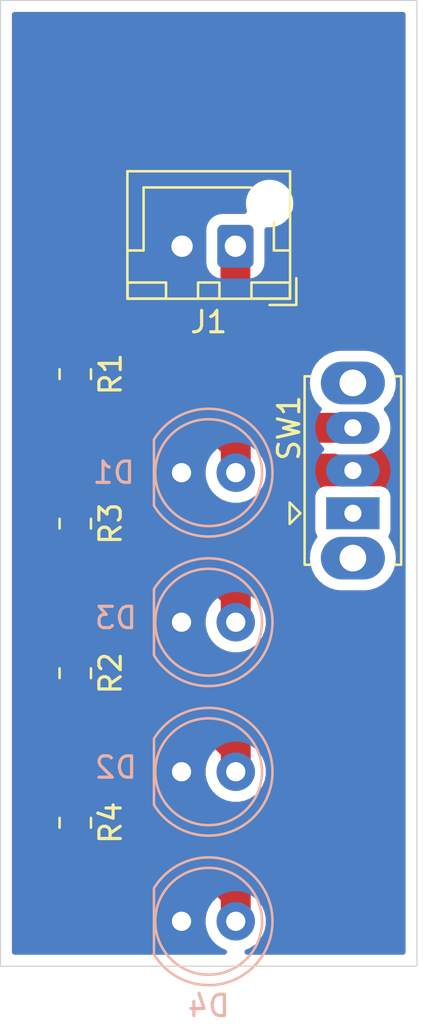
<source format=kicad_pcb>
(kicad_pcb (version 20171130) (host pcbnew "(5.1.9)-1")

  (general
    (thickness 1.6)
    (drawings 4)
    (tracks 15)
    (zones 0)
    (modules 10)
    (nets 9)
  )

  (page A4)
  (layers
    (0 F.Cu signal)
    (31 B.Cu signal)
    (32 B.Adhes user)
    (33 F.Adhes user)
    (34 B.Paste user)
    (35 F.Paste user)
    (36 B.SilkS user)
    (37 F.SilkS user)
    (38 B.Mask user)
    (39 F.Mask user)
    (40 Dwgs.User user)
    (41 Cmts.User user)
    (42 Eco1.User user)
    (43 Eco2.User user)
    (44 Edge.Cuts user)
    (45 Margin user)
    (46 B.CrtYd user)
    (47 F.CrtYd user)
    (48 B.Fab user)
    (49 F.Fab user)
  )

  (setup
    (last_trace_width 1.4)
    (user_trace_width 0.2)
    (user_trace_width 0.3)
    (user_trace_width 0.4)
    (user_trace_width 0.6)
    (user_trace_width 0.8)
    (user_trace_width 1)
    (user_trace_width 1.2)
    (user_trace_width 1.4)
    (user_trace_width 1.6)
    (trace_clearance 0.127)
    (zone_clearance 0.508)
    (zone_45_only no)
    (trace_min 0.2)
    (via_size 0.4)
    (via_drill 0.2)
    (via_min_size 0.4)
    (via_min_drill 0.2)
    (user_via 0.4 0.2)
    (user_via 0.6 0.3)
    (user_via 0.8 0.4)
    (uvia_size 0.3)
    (uvia_drill 0.1)
    (uvias_allowed no)
    (uvia_min_size 0.2)
    (uvia_min_drill 0.1)
    (edge_width 0.05)
    (segment_width 0.2)
    (pcb_text_width 0.3)
    (pcb_text_size 1.5 1.5)
    (mod_edge_width 0.12)
    (mod_text_size 1 1)
    (mod_text_width 0.15)
    (pad_size 1.524 1.524)
    (pad_drill 0.762)
    (pad_to_mask_clearance 0)
    (aux_axis_origin 0 0)
    (visible_elements 7FFFFFFF)
    (pcbplotparams
      (layerselection 0x010fc_ffffffff)
      (usegerberextensions false)
      (usegerberattributes true)
      (usegerberadvancedattributes true)
      (creategerberjobfile true)
      (excludeedgelayer true)
      (linewidth 0.100000)
      (plotframeref false)
      (viasonmask false)
      (mode 1)
      (useauxorigin false)
      (hpglpennumber 1)
      (hpglpenspeed 20)
      (hpglpendiameter 15.000000)
      (psnegative false)
      (psa4output false)
      (plotreference true)
      (plotvalue true)
      (plotinvisibletext false)
      (padsonsilk false)
      (subtractmaskfromsilk false)
      (outputformat 1)
      (mirror false)
      (drillshape 0)
      (scaleselection 1)
      (outputdirectory "Gerber/"))
  )

  (net 0 "")
  (net 1 "Net-(D1-Pad2)")
  (net 2 "Net-(D1-Pad1)")
  (net 3 "Net-(D2-Pad2)")
  (net 4 "Net-(D3-Pad2)")
  (net 5 "Net-(R1-Pad1)")
  (net 6 "Net-(SW1-Pad1)")
  (net 7 "Net-(J1-Pad1)")
  (net 8 "Net-(D4-Pad2)")

  (net_class Default "This is the default net class."
    (clearance 0.127)
    (trace_width 0.25)
    (via_dia 0.4)
    (via_drill 0.2)
    (uvia_dia 0.3)
    (uvia_drill 0.1)
    (add_net "Net-(D1-Pad1)")
    (add_net "Net-(D1-Pad2)")
    (add_net "Net-(D2-Pad2)")
    (add_net "Net-(D3-Pad2)")
    (add_net "Net-(D4-Pad2)")
    (add_net "Net-(J1-Pad1)")
    (add_net "Net-(R1-Pad1)")
    (add_net "Net-(SW1-Pad1)")
  )

  (module Resistor_SMD:R_0805_2012Metric (layer F.Cu) (tedit 5F68FEEE) (tstamp 624F25E2)
    (at 173.5 118.4875 270)
    (descr "Resistor SMD 0805 (2012 Metric), square (rectangular) end terminal, IPC_7351 nominal, (Body size source: IPC-SM-782 page 72, https://www.pcb-3d.com/wordpress/wp-content/uploads/ipc-sm-782a_amendment_1_and_2.pdf), generated with kicad-footprint-generator")
    (tags resistor)
    (path /624F3EAD)
    (attr smd)
    (fp_text reference R4 (at 0 -1.65 90) (layer F.SilkS)
      (effects (font (size 1 1) (thickness 0.15)))
    )
    (fp_text value R (at 0 1.65 90) (layer F.Fab)
      (effects (font (size 1 1) (thickness 0.15)))
    )
    (fp_text user %R (at 0 0 90) (layer F.Fab)
      (effects (font (size 0.5 0.5) (thickness 0.08)))
    )
    (fp_line (start -1 0.625) (end -1 -0.625) (layer F.Fab) (width 0.1))
    (fp_line (start -1 -0.625) (end 1 -0.625) (layer F.Fab) (width 0.1))
    (fp_line (start 1 -0.625) (end 1 0.625) (layer F.Fab) (width 0.1))
    (fp_line (start 1 0.625) (end -1 0.625) (layer F.Fab) (width 0.1))
    (fp_line (start -0.227064 -0.735) (end 0.227064 -0.735) (layer F.SilkS) (width 0.12))
    (fp_line (start -0.227064 0.735) (end 0.227064 0.735) (layer F.SilkS) (width 0.12))
    (fp_line (start -1.68 0.95) (end -1.68 -0.95) (layer F.CrtYd) (width 0.05))
    (fp_line (start -1.68 -0.95) (end 1.68 -0.95) (layer F.CrtYd) (width 0.05))
    (fp_line (start 1.68 -0.95) (end 1.68 0.95) (layer F.CrtYd) (width 0.05))
    (fp_line (start 1.68 0.95) (end -1.68 0.95) (layer F.CrtYd) (width 0.05))
    (pad 2 smd roundrect (at 0.9125 0 270) (size 1.025 1.4) (layers F.Cu F.Paste F.Mask) (roundrect_rratio 0.243902)
      (net 8 "Net-(D4-Pad2)"))
    (pad 1 smd roundrect (at -0.9125 0 270) (size 1.025 1.4) (layers F.Cu F.Paste F.Mask) (roundrect_rratio 0.243902)
      (net 5 "Net-(R1-Pad1)"))
    (model ${KISYS3DMOD}/Resistor_SMD.3dshapes/R_0805_2012Metric.wrl
      (at (xyz 0 0 0))
      (scale (xyz 1 1 1))
      (rotate (xyz 0 0 0))
    )
  )

  (module LED_THT:LED_D5.0mm (layer B.Cu) (tedit 5995936A) (tstamp 624F24D1)
    (at 178.475 123.1)
    (descr "LED, diameter 5.0mm, 2 pins, http://cdn-reichelt.de/documents/datenblatt/A500/LL-504BC2E-009.pdf")
    (tags "LED diameter 5.0mm 2 pins")
    (path /624F3EA7)
    (fp_text reference D4 (at 1.27 3.96) (layer B.SilkS)
      (effects (font (size 1 1) (thickness 0.15)) (justify mirror))
    )
    (fp_text value RED (at 1.27 -3.96) (layer B.Fab)
      (effects (font (size 1 1) (thickness 0.15)) (justify mirror))
    )
    (fp_text user %R (at 1.25 0) (layer B.Fab)
      (effects (font (size 0.8 0.8) (thickness 0.2)) (justify mirror))
    )
    (fp_arc (start 1.27 0) (end -1.29 -1.54483) (angle 148.9) (layer B.SilkS) (width 0.12))
    (fp_arc (start 1.27 0) (end -1.29 1.54483) (angle -148.9) (layer B.SilkS) (width 0.12))
    (fp_arc (start 1.27 0) (end -1.23 1.469694) (angle -299.1) (layer B.Fab) (width 0.1))
    (fp_circle (center 1.27 0) (end 3.77 0) (layer B.Fab) (width 0.1))
    (fp_circle (center 1.27 0) (end 3.77 0) (layer B.SilkS) (width 0.12))
    (fp_line (start -1.23 1.469694) (end -1.23 -1.469694) (layer B.Fab) (width 0.1))
    (fp_line (start -1.29 1.545) (end -1.29 -1.545) (layer B.SilkS) (width 0.12))
    (fp_line (start -1.95 3.25) (end -1.95 -3.25) (layer B.CrtYd) (width 0.05))
    (fp_line (start -1.95 -3.25) (end 4.5 -3.25) (layer B.CrtYd) (width 0.05))
    (fp_line (start 4.5 -3.25) (end 4.5 3.25) (layer B.CrtYd) (width 0.05))
    (fp_line (start 4.5 3.25) (end -1.95 3.25) (layer B.CrtYd) (width 0.05))
    (pad 2 thru_hole circle (at 2.54 0) (size 1.8 1.8) (drill 0.9) (layers *.Cu *.Mask)
      (net 8 "Net-(D4-Pad2)"))
    (pad 1 thru_hole rect (at 0 0) (size 1.8 1.8) (drill 0.9) (layers *.Cu *.Mask)
      (net 2 "Net-(D1-Pad1)"))
    (model ${KISYS3DMOD}/LED_THT.3dshapes/LED_D5.0mm.wrl
      (at (xyz 0 0 0))
      (scale (xyz 1 1 1))
      (rotate (xyz 0 0 0))
    )
  )

  (module 1_resouce:SW_Slide_1P2T_CK_OS102011MS2Q (layer F.Cu) (tedit 621CF7AD) (tstamp 621D0A78)
    (at 186.5 104 90)
    (descr "CuK miniature slide switch, OS series, SPDT, https://www.ckswitches.com/media/1428/os.pdf")
    (tags "switch SPDT")
    (path /621D008E)
    (fp_text reference SW1 (at 3.99 -2.99 90) (layer F.SilkS)
      (effects (font (size 1 1) (thickness 0.15)))
    )
    (fp_text value SW_SPDT (at 2 3 90) (layer F.Fab)
      (effects (font (size 1 1) (thickness 0.15)))
    )
    (fp_line (start 0.5 -2.15) (end 6.3 -2.15) (layer F.Fab) (width 0.1))
    (fp_line (start 6.3 -2.15) (end 6.3 2.15) (layer F.Fab) (width 0.1))
    (fp_line (start 6.3 2.15) (end -2.3 2.15) (layer F.Fab) (width 0.1))
    (fp_line (start -2.3 2.15) (end -2.3 -2.15) (layer F.Fab) (width 0.1))
    (fp_line (start 0 -1) (end 4 -1) (layer F.Fab) (width 0.1))
    (fp_line (start 4 -1) (end 4 1) (layer F.Fab) (width 0.1))
    (fp_line (start 0 1) (end 4 1) (layer F.Fab) (width 0.1))
    (fp_line (start 0 -1) (end 0 1) (layer F.Fab) (width 0.1))
    (fp_line (start 0.66 -1) (end 0.66 1) (layer F.Fab) (width 0.1))
    (fp_line (start 1.34 -1) (end 1.34 1) (layer F.Fab) (width 0.1))
    (fp_line (start 2 -1) (end 2 1) (layer F.Fab) (width 0.1))
    (fp_line (start -2.3 -2.15) (end -0.5 -2.15) (layer F.Fab) (width 0.1))
    (fp_line (start -2.41 -2.26) (end 6.41 -2.26) (layer F.SilkS) (width 0.12))
    (fp_line (start 6.41 -2.26) (end 6.41 -1.95) (layer F.SilkS) (width 0.12))
    (fp_line (start 6.41 2.26) (end -2.41 2.26) (layer F.SilkS) (width 0.12))
    (fp_line (start -2.41 -1.95) (end -2.41 -2.26) (layer F.SilkS) (width 0.12))
    (fp_line (start -2.41 2.26) (end -2.41 1.95) (layer F.SilkS) (width 0.12))
    (fp_line (start 6.41 2.26) (end 6.41 1.95) (layer F.SilkS) (width 0.12))
    (fp_line (start -3.45 -2.4) (end 7.45 -2.4) (layer B.CrtYd) (width 0.05))
    (fp_line (start 7.45 -2.4) (end 7.45 2.4) (layer B.CrtYd) (width 0.05))
    (fp_line (start 7.45 2.4) (end -3.45 2.4) (layer B.CrtYd) (width 0.05))
    (fp_line (start -3.45 2.4) (end -3.45 -2.4) (layer B.CrtYd) (width 0.05))
    (fp_line (start -0.5 -2.15) (end 0 -1.65) (layer F.Fab) (width 0.1))
    (fp_line (start 0 -1.65) (end 0.5 -2.15) (layer F.Fab) (width 0.1))
    (fp_line (start -0.5 -2.96) (end 0 -2.46) (layer F.SilkS) (width 0.12))
    (fp_line (start 0 -2.46) (end 0.5 -2.96) (layer F.SilkS) (width 0.12))
    (fp_line (start 0.5 -2.96) (end -0.5 -2.96) (layer F.SilkS) (width 0.12))
    (fp_text user %R (at 3.99 -2.99 90) (layer F.Fab)
      (effects (font (size 1 1) (thickness 0.15)))
    )
    (pad "" thru_hole oval (at 6.1 0 90) (size 2 3) (drill 1.25) (layers *.Cu *.Mask))
    (pad "" thru_hole oval (at -2.1 0 90) (size 2 3) (drill 1.25) (layers *.Cu *.Mask))
    (pad 3 thru_hole oval (at 4 0 90) (size 1.5 2.5) (drill 0.8) (layers *.Cu *.Mask)
      (net 7 "Net-(J1-Pad1)"))
    (pad 2 thru_hole oval (at 2 0 90) (size 1.5 2.5) (drill 0.8) (layers *.Cu *.Mask)
      (net 5 "Net-(R1-Pad1)"))
    (pad 1 thru_hole rect (at 0 0 90) (size 1.5 2.5) (drill 0.8) (layers *.Cu *.Mask)
      (net 6 "Net-(SW1-Pad1)"))
    (model ${KISYS3DMOD}/Button_Switch_THT.3dshapes/SW_Slide_1P2T_CK_OS102011MS2Q.wrl
      (at (xyz 0 0 0))
      (scale (xyz 1 1 1))
      (rotate (xyz 0 0 0))
    )
  )

  (module Resistor_SMD:R_0805_2012Metric (layer F.Cu) (tedit 5F68FEEE) (tstamp 621D0A53)
    (at 173.5 104.4875 270)
    (descr "Resistor SMD 0805 (2012 Metric), square (rectangular) end terminal, IPC_7351 nominal, (Body size source: IPC-SM-782 page 72, https://www.pcb-3d.com/wordpress/wp-content/uploads/ipc-sm-782a_amendment_1_and_2.pdf), generated with kicad-footprint-generator")
    (tags resistor)
    (path /621D262F)
    (attr smd)
    (fp_text reference R3 (at 0 -1.65 90) (layer F.SilkS)
      (effects (font (size 1 1) (thickness 0.15)))
    )
    (fp_text value R (at 0 1.65 90) (layer F.Fab)
      (effects (font (size 1 1) (thickness 0.15)))
    )
    (fp_line (start 1.68 0.95) (end -1.68 0.95) (layer F.CrtYd) (width 0.05))
    (fp_line (start 1.68 -0.95) (end 1.68 0.95) (layer F.CrtYd) (width 0.05))
    (fp_line (start -1.68 -0.95) (end 1.68 -0.95) (layer F.CrtYd) (width 0.05))
    (fp_line (start -1.68 0.95) (end -1.68 -0.95) (layer F.CrtYd) (width 0.05))
    (fp_line (start -0.227064 0.735) (end 0.227064 0.735) (layer F.SilkS) (width 0.12))
    (fp_line (start -0.227064 -0.735) (end 0.227064 -0.735) (layer F.SilkS) (width 0.12))
    (fp_line (start 1 0.625) (end -1 0.625) (layer F.Fab) (width 0.1))
    (fp_line (start 1 -0.625) (end 1 0.625) (layer F.Fab) (width 0.1))
    (fp_line (start -1 -0.625) (end 1 -0.625) (layer F.Fab) (width 0.1))
    (fp_line (start -1 0.625) (end -1 -0.625) (layer F.Fab) (width 0.1))
    (fp_text user %R (at 0 0 90) (layer F.Fab)
      (effects (font (size 0.5 0.5) (thickness 0.08)))
    )
    (pad 2 smd roundrect (at 0.9125 0 270) (size 1.025 1.4) (layers F.Cu F.Paste F.Mask) (roundrect_rratio 0.2439014634146341)
      (net 4 "Net-(D3-Pad2)"))
    (pad 1 smd roundrect (at -0.9125 0 270) (size 1.025 1.4) (layers F.Cu F.Paste F.Mask) (roundrect_rratio 0.2439014634146341)
      (net 5 "Net-(R1-Pad1)"))
    (model ${KISYS3DMOD}/Resistor_SMD.3dshapes/R_0805_2012Metric.wrl
      (at (xyz 0 0 0))
      (scale (xyz 1 1 1))
      (rotate (xyz 0 0 0))
    )
  )

  (module Resistor_SMD:R_0805_2012Metric (layer F.Cu) (tedit 5F68FEEE) (tstamp 621D0A42)
    (at 173.5 111.4875 270)
    (descr "Resistor SMD 0805 (2012 Metric), square (rectangular) end terminal, IPC_7351 nominal, (Body size source: IPC-SM-782 page 72, https://www.pcb-3d.com/wordpress/wp-content/uploads/ipc-sm-782a_amendment_1_and_2.pdf), generated with kicad-footprint-generator")
    (tags resistor)
    (path /621D2340)
    (attr smd)
    (fp_text reference R2 (at 0 -1.65 90) (layer F.SilkS)
      (effects (font (size 1 1) (thickness 0.15)))
    )
    (fp_text value R (at 0 1.65 90) (layer F.Fab)
      (effects (font (size 1 1) (thickness 0.15)))
    )
    (fp_line (start 1.68 0.95) (end -1.68 0.95) (layer F.CrtYd) (width 0.05))
    (fp_line (start 1.68 -0.95) (end 1.68 0.95) (layer F.CrtYd) (width 0.05))
    (fp_line (start -1.68 -0.95) (end 1.68 -0.95) (layer F.CrtYd) (width 0.05))
    (fp_line (start -1.68 0.95) (end -1.68 -0.95) (layer F.CrtYd) (width 0.05))
    (fp_line (start -0.227064 0.735) (end 0.227064 0.735) (layer F.SilkS) (width 0.12))
    (fp_line (start -0.227064 -0.735) (end 0.227064 -0.735) (layer F.SilkS) (width 0.12))
    (fp_line (start 1 0.625) (end -1 0.625) (layer F.Fab) (width 0.1))
    (fp_line (start 1 -0.625) (end 1 0.625) (layer F.Fab) (width 0.1))
    (fp_line (start -1 -0.625) (end 1 -0.625) (layer F.Fab) (width 0.1))
    (fp_line (start -1 0.625) (end -1 -0.625) (layer F.Fab) (width 0.1))
    (fp_text user %R (at 0 0 90) (layer F.Fab)
      (effects (font (size 0.5 0.5) (thickness 0.08)))
    )
    (pad 2 smd roundrect (at 0.9125 0 270) (size 1.025 1.4) (layers F.Cu F.Paste F.Mask) (roundrect_rratio 0.2439014634146341)
      (net 3 "Net-(D2-Pad2)"))
    (pad 1 smd roundrect (at -0.9125 0 270) (size 1.025 1.4) (layers F.Cu F.Paste F.Mask) (roundrect_rratio 0.2439014634146341)
      (net 5 "Net-(R1-Pad1)"))
    (model ${KISYS3DMOD}/Resistor_SMD.3dshapes/R_0805_2012Metric.wrl
      (at (xyz 0 0 0))
      (scale (xyz 1 1 1))
      (rotate (xyz 0 0 0))
    )
  )

  (module Resistor_SMD:R_0805_2012Metric (layer F.Cu) (tedit 5F68FEEE) (tstamp 621D0A31)
    (at 173.5 97.4875 270)
    (descr "Resistor SMD 0805 (2012 Metric), square (rectangular) end terminal, IPC_7351 nominal, (Body size source: IPC-SM-782 page 72, https://www.pcb-3d.com/wordpress/wp-content/uploads/ipc-sm-782a_amendment_1_and_2.pdf), generated with kicad-footprint-generator")
    (tags resistor)
    (path /621D18AD)
    (attr smd)
    (fp_text reference R1 (at 0 -1.65 90) (layer F.SilkS)
      (effects (font (size 1 1) (thickness 0.15)))
    )
    (fp_text value R (at 0 1.65 90) (layer F.Fab)
      (effects (font (size 1 1) (thickness 0.15)))
    )
    (fp_line (start 1.68 0.95) (end -1.68 0.95) (layer F.CrtYd) (width 0.05))
    (fp_line (start 1.68 -0.95) (end 1.68 0.95) (layer F.CrtYd) (width 0.05))
    (fp_line (start -1.68 -0.95) (end 1.68 -0.95) (layer F.CrtYd) (width 0.05))
    (fp_line (start -1.68 0.95) (end -1.68 -0.95) (layer F.CrtYd) (width 0.05))
    (fp_line (start -0.227064 0.735) (end 0.227064 0.735) (layer F.SilkS) (width 0.12))
    (fp_line (start -0.227064 -0.735) (end 0.227064 -0.735) (layer F.SilkS) (width 0.12))
    (fp_line (start 1 0.625) (end -1 0.625) (layer F.Fab) (width 0.1))
    (fp_line (start 1 -0.625) (end 1 0.625) (layer F.Fab) (width 0.1))
    (fp_line (start -1 -0.625) (end 1 -0.625) (layer F.Fab) (width 0.1))
    (fp_line (start -1 0.625) (end -1 -0.625) (layer F.Fab) (width 0.1))
    (fp_text user %R (at 0 0 90) (layer F.Fab)
      (effects (font (size 0.5 0.5) (thickness 0.08)))
    )
    (pad 2 smd roundrect (at 0.9125 0 270) (size 1.025 1.4) (layers F.Cu F.Paste F.Mask) (roundrect_rratio 0.2439014634146341)
      (net 1 "Net-(D1-Pad2)"))
    (pad 1 smd roundrect (at -0.9125 0 270) (size 1.025 1.4) (layers F.Cu F.Paste F.Mask) (roundrect_rratio 0.2439014634146341)
      (net 5 "Net-(R1-Pad1)"))
    (model ${KISYS3DMOD}/Resistor_SMD.3dshapes/R_0805_2012Metric.wrl
      (at (xyz 0 0 0))
      (scale (xyz 1 1 1))
      (rotate (xyz 0 0 0))
    )
  )

  (module Connector_JST:JST_XH_B2B-XH-AM_1x02_P2.50mm_Vertical (layer F.Cu) (tedit 5C28146E) (tstamp 621D6594)
    (at 181 91.5 180)
    (descr "JST XH series connector, B2B-XH-AM, with boss (http://www.jst-mfg.com/product/pdf/eng/eXH.pdf), generated with kicad-footprint-generator")
    (tags "connector JST XH vertical boss")
    (path /621CF169)
    (fp_text reference J1 (at 1.25 -3.55) (layer F.SilkS)
      (effects (font (size 1 1) (thickness 0.15)))
    )
    (fp_text value Conn_01x02 (at 1.25 4.6) (layer F.Fab)
      (effects (font (size 1 1) (thickness 0.15)))
    )
    (fp_line (start -2.85 -2.75) (end -2.85 -1.5) (layer F.SilkS) (width 0.12))
    (fp_line (start -1.6 -2.75) (end -2.85 -2.75) (layer F.SilkS) (width 0.12))
    (fp_line (start 4.3 2.75) (end 1.25 2.75) (layer F.SilkS) (width 0.12))
    (fp_line (start 4.3 -0.2) (end 4.3 2.75) (layer F.SilkS) (width 0.12))
    (fp_line (start 5.05 -0.2) (end 4.3 -0.2) (layer F.SilkS) (width 0.12))
    (fp_line (start 1.25 2.75) (end -0.74 2.75) (layer F.SilkS) (width 0.12))
    (fp_line (start -1.8 -0.2) (end -1.8 1.14) (layer F.SilkS) (width 0.12))
    (fp_line (start -2.55 -0.2) (end -1.8 -0.2) (layer F.SilkS) (width 0.12))
    (fp_line (start 5.05 -2.45) (end 3.25 -2.45) (layer F.SilkS) (width 0.12))
    (fp_line (start 5.05 -1.7) (end 5.05 -2.45) (layer F.SilkS) (width 0.12))
    (fp_line (start 3.25 -1.7) (end 5.05 -1.7) (layer F.SilkS) (width 0.12))
    (fp_line (start 3.25 -2.45) (end 3.25 -1.7) (layer F.SilkS) (width 0.12))
    (fp_line (start -0.75 -2.45) (end -2.55 -2.45) (layer F.SilkS) (width 0.12))
    (fp_line (start -0.75 -1.7) (end -0.75 -2.45) (layer F.SilkS) (width 0.12))
    (fp_line (start -2.55 -1.7) (end -0.75 -1.7) (layer F.SilkS) (width 0.12))
    (fp_line (start -2.55 -2.45) (end -2.55 -1.7) (layer F.SilkS) (width 0.12))
    (fp_line (start 1.75 -2.45) (end 0.75 -2.45) (layer F.SilkS) (width 0.12))
    (fp_line (start 1.75 -1.7) (end 1.75 -2.45) (layer F.SilkS) (width 0.12))
    (fp_line (start 0.75 -1.7) (end 1.75 -1.7) (layer F.SilkS) (width 0.12))
    (fp_line (start 0.75 -2.45) (end 0.75 -1.7) (layer F.SilkS) (width 0.12))
    (fp_line (start 0 -1.35) (end 0.625 -2.35) (layer F.Fab) (width 0.1))
    (fp_line (start -0.625 -2.35) (end 0 -1.35) (layer F.Fab) (width 0.1))
    (fp_line (start 5.45 -2.85) (end -2.95 -2.85) (layer F.CrtYd) (width 0.05))
    (fp_line (start 5.45 3.9) (end 5.45 -2.85) (layer F.CrtYd) (width 0.05))
    (fp_line (start -2.95 3.9) (end 5.45 3.9) (layer F.CrtYd) (width 0.05))
    (fp_line (start -2.95 -2.85) (end -2.95 3.9) (layer F.CrtYd) (width 0.05))
    (fp_line (start 5.06 -2.46) (end -2.56 -2.46) (layer F.SilkS) (width 0.12))
    (fp_line (start 5.06 3.51) (end 5.06 -2.46) (layer F.SilkS) (width 0.12))
    (fp_line (start -2.56 3.51) (end 5.06 3.51) (layer F.SilkS) (width 0.12))
    (fp_line (start -2.56 -2.46) (end -2.56 3.51) (layer F.SilkS) (width 0.12))
    (fp_line (start 4.95 -2.35) (end -2.45 -2.35) (layer F.Fab) (width 0.1))
    (fp_line (start 4.95 3.4) (end 4.95 -2.35) (layer F.Fab) (width 0.1))
    (fp_line (start -2.45 3.4) (end 4.95 3.4) (layer F.Fab) (width 0.1))
    (fp_line (start -2.45 -2.35) (end -2.45 3.4) (layer F.Fab) (width 0.1))
    (fp_text user %R (at 1.25 2.7) (layer F.Fab)
      (effects (font (size 1 1) (thickness 0.15)))
    )
    (pad "" np_thru_hole circle (at -1.6 2 180) (size 1.2 1.2) (drill 1.2) (layers *.Cu *.Mask))
    (pad 2 thru_hole oval (at 2.5 0 180) (size 1.7 2) (drill 1) (layers *.Cu *.Mask)
      (net 2 "Net-(D1-Pad1)"))
    (pad 1 thru_hole roundrect (at 0 0 180) (size 1.7 2) (drill 1) (layers *.Cu *.Mask) (roundrect_rratio 0.1470588235294118)
      (net 7 "Net-(J1-Pad1)"))
    (model ${KISYS3DMOD}/Connector_JST.3dshapes/JST_XH_B2B-XH-AM_1x02_P2.50mm_Vertical.wrl
      (at (xyz 0 0 0))
      (scale (xyz 1 1 1))
      (rotate (xyz 0 0 0))
    )
  )

  (module LED_THT:LED_D5.0mm (layer B.Cu) (tedit 5995936A) (tstamp 621D6C86)
    (at 178.475 109.1)
    (descr "LED, diameter 5.0mm, 2 pins, http://cdn-reichelt.de/documents/datenblatt/A500/LL-504BC2E-009.pdf")
    (tags "LED diameter 5.0mm 2 pins")
    (path /621D1171)
    (fp_text reference D3 (at -3.075 -0.2) (layer B.SilkS)
      (effects (font (size 1 1) (thickness 0.15)) (justify mirror))
    )
    (fp_text value RED (at 1.27 -3.96) (layer B.Fab)
      (effects (font (size 1 1) (thickness 0.15)) (justify mirror))
    )
    (fp_line (start 4.5 3.25) (end -1.95 3.25) (layer B.CrtYd) (width 0.05))
    (fp_line (start 4.5 -3.25) (end 4.5 3.25) (layer B.CrtYd) (width 0.05))
    (fp_line (start -1.95 -3.25) (end 4.5 -3.25) (layer B.CrtYd) (width 0.05))
    (fp_line (start -1.95 3.25) (end -1.95 -3.25) (layer B.CrtYd) (width 0.05))
    (fp_line (start -1.29 1.545) (end -1.29 -1.545) (layer B.SilkS) (width 0.12))
    (fp_line (start -1.23 1.469694) (end -1.23 -1.469694) (layer B.Fab) (width 0.1))
    (fp_circle (center 1.27 0) (end 3.77 0) (layer B.SilkS) (width 0.12))
    (fp_circle (center 1.27 0) (end 3.77 0) (layer B.Fab) (width 0.1))
    (fp_text user %R (at 1.25 0) (layer B.Fab)
      (effects (font (size 0.8 0.8) (thickness 0.2)) (justify mirror))
    )
    (fp_arc (start 1.27 0) (end -1.29 -1.54483) (angle 148.9) (layer B.SilkS) (width 0.12))
    (fp_arc (start 1.27 0) (end -1.29 1.54483) (angle -148.9) (layer B.SilkS) (width 0.12))
    (fp_arc (start 1.27 0) (end -1.23 1.469694) (angle -299.1) (layer B.Fab) (width 0.1))
    (pad 2 thru_hole circle (at 2.54 0) (size 1.8 1.8) (drill 0.9) (layers *.Cu *.Mask)
      (net 4 "Net-(D3-Pad2)"))
    (pad 1 thru_hole rect (at 0 0) (size 1.8 1.8) (drill 0.9) (layers *.Cu *.Mask)
      (net 2 "Net-(D1-Pad1)"))
    (model ${KISYS3DMOD}/LED_THT.3dshapes/LED_D5.0mm.wrl
      (at (xyz 0 0 0))
      (scale (xyz 1 1 1))
      (rotate (xyz 0 0 0))
    )
  )

  (module LED_THT:LED_D5.0mm (layer B.Cu) (tedit 5995936A) (tstamp 621D09E4)
    (at 178.475 116.1)
    (descr "LED, diameter 5.0mm, 2 pins, http://cdn-reichelt.de/documents/datenblatt/A500/LL-504BC2E-009.pdf")
    (tags "LED diameter 5.0mm 2 pins")
    (path /621D0C72)
    (fp_text reference D2 (at -3.075 -0.2) (layer B.SilkS)
      (effects (font (size 1 1) (thickness 0.15)) (justify mirror))
    )
    (fp_text value RED (at 1.27 -3.96) (layer B.Fab)
      (effects (font (size 1 1) (thickness 0.15)) (justify mirror))
    )
    (fp_line (start 4.5 3.25) (end -1.95 3.25) (layer B.CrtYd) (width 0.05))
    (fp_line (start 4.5 -3.25) (end 4.5 3.25) (layer B.CrtYd) (width 0.05))
    (fp_line (start -1.95 -3.25) (end 4.5 -3.25) (layer B.CrtYd) (width 0.05))
    (fp_line (start -1.95 3.25) (end -1.95 -3.25) (layer B.CrtYd) (width 0.05))
    (fp_line (start -1.29 1.545) (end -1.29 -1.545) (layer B.SilkS) (width 0.12))
    (fp_line (start -1.23 1.469694) (end -1.23 -1.469694) (layer B.Fab) (width 0.1))
    (fp_circle (center 1.27 0) (end 3.77 0) (layer B.SilkS) (width 0.12))
    (fp_circle (center 1.27 0) (end 3.77 0) (layer B.Fab) (width 0.1))
    (fp_text user %R (at 1.25 0) (layer B.Fab)
      (effects (font (size 0.8 0.8) (thickness 0.2)) (justify mirror))
    )
    (fp_arc (start 1.27 0) (end -1.29 -1.54483) (angle 148.9) (layer B.SilkS) (width 0.12))
    (fp_arc (start 1.27 0) (end -1.29 1.54483) (angle -148.9) (layer B.SilkS) (width 0.12))
    (fp_arc (start 1.27 0) (end -1.23 1.469694) (angle -299.1) (layer B.Fab) (width 0.1))
    (pad 2 thru_hole circle (at 2.54 0) (size 1.8 1.8) (drill 0.9) (layers *.Cu *.Mask)
      (net 3 "Net-(D2-Pad2)"))
    (pad 1 thru_hole rect (at 0 0) (size 1.8 1.8) (drill 0.9) (layers *.Cu *.Mask)
      (net 2 "Net-(D1-Pad1)"))
    (model ${KISYS3DMOD}/LED_THT.3dshapes/LED_D5.0mm.wrl
      (at (xyz 0 0 0))
      (scale (xyz 1 1 1))
      (rotate (xyz 0 0 0))
    )
  )

  (module LED_THT:LED_D5.0mm (layer B.Cu) (tedit 5995936A) (tstamp 621D6C53)
    (at 178.475 102.1)
    (descr "LED, diameter 5.0mm, 2 pins, http://cdn-reichelt.de/documents/datenblatt/A500/LL-504BC2E-009.pdf")
    (tags "LED diameter 5.0mm 2 pins")
    (path /621D05C6)
    (fp_text reference D1 (at -3.175 0) (layer B.SilkS)
      (effects (font (size 1 1) (thickness 0.15)) (justify mirror))
    )
    (fp_text value GREEN (at 1.27 -3.96) (layer B.Fab)
      (effects (font (size 1 1) (thickness 0.15)) (justify mirror))
    )
    (fp_line (start 4.5 3.25) (end -1.95 3.25) (layer B.CrtYd) (width 0.05))
    (fp_line (start 4.5 -3.25) (end 4.5 3.25) (layer B.CrtYd) (width 0.05))
    (fp_line (start -1.95 -3.25) (end 4.5 -3.25) (layer B.CrtYd) (width 0.05))
    (fp_line (start -1.95 3.25) (end -1.95 -3.25) (layer B.CrtYd) (width 0.05))
    (fp_line (start -1.29 1.545) (end -1.29 -1.545) (layer B.SilkS) (width 0.12))
    (fp_line (start -1.23 1.469694) (end -1.23 -1.469694) (layer B.Fab) (width 0.1))
    (fp_circle (center 1.27 0) (end 3.77 0) (layer B.SilkS) (width 0.12))
    (fp_circle (center 1.27 0) (end 3.77 0) (layer B.Fab) (width 0.1))
    (fp_text user %R (at 1.25 0) (layer B.Fab)
      (effects (font (size 0.8 0.8) (thickness 0.2)) (justify mirror))
    )
    (fp_arc (start 1.27 0) (end -1.29 -1.54483) (angle 148.9) (layer B.SilkS) (width 0.12))
    (fp_arc (start 1.27 0) (end -1.29 1.54483) (angle -148.9) (layer B.SilkS) (width 0.12))
    (fp_arc (start 1.27 0) (end -1.23 1.469694) (angle -299.1) (layer B.Fab) (width 0.1))
    (pad 2 thru_hole circle (at 2.54 0) (size 1.8 1.8) (drill 0.9) (layers *.Cu *.Mask)
      (net 1 "Net-(D1-Pad2)"))
    (pad 1 thru_hole rect (at 0 0) (size 1.8 1.8) (drill 0.9) (layers *.Cu *.Mask)
      (net 2 "Net-(D1-Pad1)"))
    (model ${KISYS3DMOD}/LED_THT.3dshapes/LED_D5.0mm.wrl
      (at (xyz 0 0 0))
      (scale (xyz 1 1 1))
      (rotate (xyz 0 0 0))
    )
  )

  (gr_line (start 170 125.2) (end 189.5 125.2) (layer Edge.Cuts) (width 0.05) (tstamp 621D0B49))
  (gr_line (start 189.5 80) (end 189.5 125.2) (layer Edge.Cuts) (width 0.05) (tstamp 621D0B43))
  (gr_line (start 170 80) (end 189.5 80) (layer Edge.Cuts) (width 0.05) (tstamp 621D65E7))
  (gr_line (start 170 80) (end 170 125.2) (layer Edge.Cuts) (width 0.05))

  (segment (start 181.015 100.827208) (end 181.015 102.1) (width 1.4) (layer F.Cu) (net 1))
  (segment (start 178.587792 98.4) (end 181.015 100.827208) (width 1.4) (layer F.Cu) (net 1))
  (segment (start 173.5 98.4) (end 178.587792 98.4) (width 1.4) (layer F.Cu) (net 1))
  (segment (start 181.015 115.015) (end 181.015 116.1) (width 1.4) (layer F.Cu) (net 3))
  (segment (start 178.4 112.4) (end 181.015 115.015) (width 1.4) (layer F.Cu) (net 3))
  (segment (start 173.5 112.4) (end 178.4 112.4) (width 1.4) (layer F.Cu) (net 3))
  (segment (start 181.015 107.815) (end 181.015 109.1) (width 1.4) (layer F.Cu) (net 4))
  (segment (start 178.6 105.4) (end 181.015 107.815) (width 1.4) (layer F.Cu) (net 4))
  (segment (start 173.5 105.4) (end 178.6 105.4) (width 1.4) (layer F.Cu) (net 4))
  (segment (start 183.85 100) (end 186.5 100) (width 1.4) (layer F.Cu) (net 7))
  (segment (start 181 97.15) (end 183.85 100) (width 1.4) (layer F.Cu) (net 7))
  (segment (start 181 91.5) (end 181 97.15) (width 1.4) (layer F.Cu) (net 7))
  (segment (start 181.015 121.827208) (end 181.015 123.1) (width 1.4) (layer F.Cu) (net 8))
  (segment (start 178.587792 119.4) (end 181.015 121.827208) (width 1.4) (layer F.Cu) (net 8))
  (segment (start 173.5 119.4) (end 178.587792 119.4) (width 1.4) (layer F.Cu) (net 8))

  (zone (net 5) (net_name "Net-(R1-Pad1)") (layer F.Cu) (tstamp 621D732E) (hatch edge 0.508)
    (connect_pads yes (clearance 0.508))
    (min_thickness 0.254)
    (fill yes (arc_segments 32) (thermal_gap 0.508) (thermal_bridge_width 0.508))
    (polygon
      (pts
        (xy 189.492595 125.2) (xy 170 125.2) (xy 170 80) (xy 189.5 80)
      )
    )
    (filled_polygon
      (pts
        (xy 188.840001 124.54) (xy 181.549681 124.54) (xy 181.742095 124.460299) (xy 181.993505 124.292312) (xy 182.207312 124.078505)
        (xy 182.375299 123.827095) (xy 182.491011 123.547743) (xy 182.55 123.251184) (xy 182.55 122.948816) (xy 182.491011 122.652257)
        (xy 182.375299 122.372905) (xy 182.35 122.335042) (xy 182.35 121.892783) (xy 182.356459 121.827207) (xy 182.340922 121.669463)
        (xy 182.330683 121.565502) (xy 182.254347 121.313854) (xy 182.130382 121.081933) (xy 181.963555 120.878653) (xy 181.912615 120.836848)
        (xy 179.578158 118.502392) (xy 179.536347 118.451445) (xy 179.333067 118.284618) (xy 179.101146 118.160653) (xy 178.849498 118.084317)
        (xy 178.653371 118.065) (xy 178.587792 118.058541) (xy 178.522213 118.065) (xy 173.434421 118.065) (xy 173.238294 118.084317)
        (xy 172.986646 118.160653) (xy 172.754725 118.284618) (xy 172.718214 118.314581) (xy 172.710149 118.317028) (xy 172.556613 118.399095)
        (xy 172.422038 118.509538) (xy 172.311595 118.644113) (xy 172.229528 118.797649) (xy 172.178992 118.964245) (xy 172.161928 119.137499)
        (xy 172.161928 119.365611) (xy 172.158541 119.4) (xy 172.161928 119.434389) (xy 172.161928 119.662501) (xy 172.178992 119.835755)
        (xy 172.229528 120.002351) (xy 172.311595 120.155887) (xy 172.422038 120.290462) (xy 172.556613 120.400905) (xy 172.710149 120.482972)
        (xy 172.718214 120.485419) (xy 172.754725 120.515382) (xy 172.986646 120.639347) (xy 173.238294 120.715683) (xy 173.434421 120.735)
        (xy 178.034818 120.735) (xy 178.861745 121.561928) (xy 177.575 121.561928) (xy 177.450518 121.574188) (xy 177.33082 121.610498)
        (xy 177.220506 121.669463) (xy 177.123815 121.748815) (xy 177.044463 121.845506) (xy 176.985498 121.95582) (xy 176.949188 122.075518)
        (xy 176.936928 122.2) (xy 176.936928 124) (xy 176.949188 124.124482) (xy 176.985498 124.24418) (xy 177.044463 124.354494)
        (xy 177.123815 124.451185) (xy 177.220506 124.530537) (xy 177.23821 124.54) (xy 170.66 124.54) (xy 170.66 112.4)
        (xy 172.158541 112.4) (xy 172.161928 112.434389) (xy 172.161928 112.662502) (xy 172.178992 112.835756) (xy 172.229528 113.002352)
        (xy 172.311595 113.155887) (xy 172.422038 113.290462) (xy 172.556613 113.400905) (xy 172.710148 113.482972) (xy 172.718215 113.485419)
        (xy 172.754725 113.515382) (xy 172.986646 113.639347) (xy 173.238294 113.715683) (xy 173.434421 113.735) (xy 177.847026 113.735)
        (xy 178.673954 114.561928) (xy 177.575 114.561928) (xy 177.450518 114.574188) (xy 177.33082 114.610498) (xy 177.220506 114.669463)
        (xy 177.123815 114.748815) (xy 177.044463 114.845506) (xy 176.985498 114.95582) (xy 176.949188 115.075518) (xy 176.936928 115.2)
        (xy 176.936928 117) (xy 176.949188 117.124482) (xy 176.985498 117.24418) (xy 177.044463 117.354494) (xy 177.123815 117.451185)
        (xy 177.220506 117.530537) (xy 177.33082 117.589502) (xy 177.450518 117.625812) (xy 177.575 117.638072) (xy 179.375 117.638072)
        (xy 179.499482 117.625812) (xy 179.61918 117.589502) (xy 179.729494 117.530537) (xy 179.826185 117.451185) (xy 179.905537 117.354494)
        (xy 179.964502 117.24418) (xy 179.970056 117.225873) (xy 180.036495 117.292312) (xy 180.287905 117.460299) (xy 180.567257 117.576011)
        (xy 180.863816 117.635) (xy 181.166184 117.635) (xy 181.462743 117.576011) (xy 181.742095 117.460299) (xy 181.993505 117.292312)
        (xy 182.207312 117.078505) (xy 182.375299 116.827095) (xy 182.491011 116.547743) (xy 182.55 116.251184) (xy 182.55 115.948816)
        (xy 182.491011 115.652257) (xy 182.375299 115.372905) (xy 182.35 115.335042) (xy 182.35 115.080575) (xy 182.356459 115.014999)
        (xy 182.35 114.949421) (xy 182.330683 114.753294) (xy 182.254347 114.501646) (xy 182.130382 114.269725) (xy 181.963555 114.066445)
        (xy 181.912615 114.02464) (xy 179.390366 111.502392) (xy 179.348555 111.451445) (xy 179.145275 111.284618) (xy 178.913354 111.160653)
        (xy 178.661706 111.084317) (xy 178.465579 111.065) (xy 178.4 111.058541) (xy 178.334421 111.065) (xy 173.434421 111.065)
        (xy 173.238294 111.084317) (xy 172.986646 111.160653) (xy 172.754725 111.284618) (xy 172.718215 111.314581) (xy 172.710148 111.317028)
        (xy 172.556613 111.399095) (xy 172.422038 111.509538) (xy 172.311595 111.644113) (xy 172.229528 111.797648) (xy 172.178992 111.964244)
        (xy 172.161928 112.137498) (xy 172.161928 112.365611) (xy 172.158541 112.4) (xy 170.66 112.4) (xy 170.66 105.4)
        (xy 172.158541 105.4) (xy 172.161928 105.434389) (xy 172.161928 105.662502) (xy 172.178992 105.835756) (xy 172.229528 106.002352)
        (xy 172.311595 106.155887) (xy 172.422038 106.290462) (xy 172.556613 106.400905) (xy 172.710148 106.482972) (xy 172.718215 106.485419)
        (xy 172.754725 106.515382) (xy 172.986646 106.639347) (xy 173.238294 106.715683) (xy 173.434421 106.735) (xy 178.047026 106.735)
        (xy 178.873953 107.561928) (xy 177.575 107.561928) (xy 177.450518 107.574188) (xy 177.33082 107.610498) (xy 177.220506 107.669463)
        (xy 177.123815 107.748815) (xy 177.044463 107.845506) (xy 176.985498 107.95582) (xy 176.949188 108.075518) (xy 176.936928 108.2)
        (xy 176.936928 110) (xy 176.949188 110.124482) (xy 176.985498 110.24418) (xy 177.044463 110.354494) (xy 177.123815 110.451185)
        (xy 177.220506 110.530537) (xy 177.33082 110.589502) (xy 177.450518 110.625812) (xy 177.575 110.638072) (xy 179.375 110.638072)
        (xy 179.499482 110.625812) (xy 179.61918 110.589502) (xy 179.729494 110.530537) (xy 179.826185 110.451185) (xy 179.905537 110.354494)
        (xy 179.964502 110.24418) (xy 179.970056 110.225873) (xy 180.036495 110.292312) (xy 180.287905 110.460299) (xy 180.567257 110.576011)
        (xy 180.863816 110.635) (xy 181.166184 110.635) (xy 181.462743 110.576011) (xy 181.742095 110.460299) (xy 181.993505 110.292312)
        (xy 182.207312 110.078505) (xy 182.375299 109.827095) (xy 182.491011 109.547743) (xy 182.55 109.251184) (xy 182.55 108.948816)
        (xy 182.491011 108.652257) (xy 182.375299 108.372905) (xy 182.35 108.335042) (xy 182.35 107.880579) (xy 182.356459 107.815)
        (xy 182.330683 107.553295) (xy 182.254347 107.301647) (xy 182.254347 107.301646) (xy 182.130382 107.069725) (xy 181.963555 106.866445)
        (xy 181.91262 106.824644) (xy 181.187976 106.1) (xy 184.357089 106.1) (xy 184.388657 106.420516) (xy 184.482148 106.728715)
        (xy 184.633969 107.012752) (xy 184.838286 107.261714) (xy 185.087248 107.466031) (xy 185.371285 107.617852) (xy 185.679484 107.711343)
        (xy 185.919678 107.735) (xy 187.080322 107.735) (xy 187.320516 107.711343) (xy 187.628715 107.617852) (xy 187.912752 107.466031)
        (xy 188.161714 107.261714) (xy 188.366031 107.012752) (xy 188.517852 106.728715) (xy 188.611343 106.420516) (xy 188.642911 106.1)
        (xy 188.611343 105.779484) (xy 188.517852 105.471285) (xy 188.366031 105.187248) (xy 188.287471 105.091522) (xy 188.339502 104.99418)
        (xy 188.375812 104.874482) (xy 188.388072 104.75) (xy 188.388072 103.25) (xy 188.375812 103.125518) (xy 188.339502 103.00582)
        (xy 188.280537 102.895506) (xy 188.201185 102.798815) (xy 188.104494 102.719463) (xy 187.99418 102.660498) (xy 187.874482 102.624188)
        (xy 187.75 102.611928) (xy 185.25 102.611928) (xy 185.125518 102.624188) (xy 185.00582 102.660498) (xy 184.895506 102.719463)
        (xy 184.798815 102.798815) (xy 184.719463 102.895506) (xy 184.660498 103.00582) (xy 184.624188 103.125518) (xy 184.611928 103.25)
        (xy 184.611928 104.75) (xy 184.624188 104.874482) (xy 184.660498 104.99418) (xy 184.712529 105.091522) (xy 184.633969 105.187248)
        (xy 184.482148 105.471285) (xy 184.388657 105.779484) (xy 184.357089 106.1) (xy 181.187976 106.1) (xy 179.590366 104.502391)
        (xy 179.548555 104.451445) (xy 179.345275 104.284618) (xy 179.113354 104.160653) (xy 178.861706 104.084317) (xy 178.665579 104.065)
        (xy 178.6 104.058541) (xy 178.534421 104.065) (xy 173.434421 104.065) (xy 173.238294 104.084317) (xy 172.986646 104.160653)
        (xy 172.754725 104.284618) (xy 172.718215 104.314581) (xy 172.710148 104.317028) (xy 172.556613 104.399095) (xy 172.422038 104.509538)
        (xy 172.311595 104.644113) (xy 172.229528 104.797648) (xy 172.178992 104.964244) (xy 172.161928 105.137498) (xy 172.161928 105.365611)
        (xy 172.158541 105.4) (xy 170.66 105.4) (xy 170.66 98.4) (xy 172.158541 98.4) (xy 172.161928 98.434389)
        (xy 172.161928 98.662502) (xy 172.178992 98.835756) (xy 172.229528 99.002352) (xy 172.311595 99.155887) (xy 172.422038 99.290462)
        (xy 172.556613 99.400905) (xy 172.710148 99.482972) (xy 172.718215 99.485419) (xy 172.754725 99.515382) (xy 172.986646 99.639347)
        (xy 173.238294 99.715683) (xy 173.434421 99.735) (xy 178.034818 99.735) (xy 178.861745 100.561928) (xy 177.575 100.561928)
        (xy 177.450518 100.574188) (xy 177.33082 100.610498) (xy 177.220506 100.669463) (xy 177.123815 100.748815) (xy 177.044463 100.845506)
        (xy 176.985498 100.95582) (xy 176.949188 101.075518) (xy 176.936928 101.2) (xy 176.936928 103) (xy 176.949188 103.124482)
        (xy 176.985498 103.24418) (xy 177.044463 103.354494) (xy 177.123815 103.451185) (xy 177.220506 103.530537) (xy 177.33082 103.589502)
        (xy 177.450518 103.625812) (xy 177.575 103.638072) (xy 179.375 103.638072) (xy 179.499482 103.625812) (xy 179.61918 103.589502)
        (xy 179.729494 103.530537) (xy 179.826185 103.451185) (xy 179.905537 103.354494) (xy 179.964502 103.24418) (xy 179.970056 103.225873)
        (xy 180.036495 103.292312) (xy 180.287905 103.460299) (xy 180.567257 103.576011) (xy 180.863816 103.635) (xy 181.166184 103.635)
        (xy 181.462743 103.576011) (xy 181.742095 103.460299) (xy 181.993505 103.292312) (xy 182.207312 103.078505) (xy 182.375299 102.827095)
        (xy 182.491011 102.547743) (xy 182.55 102.251184) (xy 182.55 101.948816) (xy 182.491011 101.652257) (xy 182.375299 101.372905)
        (xy 182.35 101.335042) (xy 182.35 100.892783) (xy 182.356459 100.827207) (xy 182.340922 100.669463) (xy 182.330683 100.565502)
        (xy 182.254347 100.313854) (xy 182.229622 100.267596) (xy 182.859639 100.897614) (xy 182.901445 100.948555) (xy 183.072471 101.088912)
        (xy 183.104725 101.115382) (xy 183.336645 101.239347) (xy 183.46247 101.277515) (xy 183.588294 101.315683) (xy 183.784421 101.335)
        (xy 183.85 101.341459) (xy 183.915579 101.335) (xy 185.629728 101.335) (xy 185.728493 101.36496) (xy 185.931963 101.385)
        (xy 187.068037 101.385) (xy 187.271507 101.36496) (xy 187.532581 101.285764) (xy 187.773188 101.157157) (xy 187.984081 100.984081)
        (xy 188.157157 100.773188) (xy 188.285764 100.532581) (xy 188.36496 100.271507) (xy 188.391701 100) (xy 188.36496 99.728493)
        (xy 188.285764 99.467419) (xy 188.157157 99.226812) (xy 188.078028 99.130393) (xy 188.161714 99.061714) (xy 188.366031 98.812752)
        (xy 188.517852 98.528715) (xy 188.611343 98.220516) (xy 188.642911 97.9) (xy 188.611343 97.579484) (xy 188.517852 97.271285)
        (xy 188.366031 96.987248) (xy 188.161714 96.738286) (xy 187.912752 96.533969) (xy 187.628715 96.382148) (xy 187.320516 96.288657)
        (xy 187.080322 96.265) (xy 185.919678 96.265) (xy 185.679484 96.288657) (xy 185.371285 96.382148) (xy 185.087248 96.533969)
        (xy 184.838286 96.738286) (xy 184.633969 96.987248) (xy 184.482148 97.271285) (xy 184.388657 97.579484) (xy 184.357089 97.9)
        (xy 184.388657 98.220516) (xy 184.482148 98.528715) (xy 184.554994 98.665) (xy 184.402975 98.665) (xy 182.335 96.597026)
        (xy 182.335 92.747535) (xy 182.338405 92.743386) (xy 182.420472 92.58985) (xy 182.471008 92.423254) (xy 182.488072 92.25)
        (xy 182.488072 90.75) (xy 182.486595 90.735) (xy 182.721637 90.735) (xy 182.960236 90.68754) (xy 183.184992 90.594443)
        (xy 183.387267 90.459287) (xy 183.559287 90.287267) (xy 183.694443 90.084992) (xy 183.78754 89.860236) (xy 183.835 89.621637)
        (xy 183.835 89.378363) (xy 183.78754 89.139764) (xy 183.694443 88.915008) (xy 183.559287 88.712733) (xy 183.387267 88.540713)
        (xy 183.184992 88.405557) (xy 182.960236 88.31246) (xy 182.721637 88.265) (xy 182.478363 88.265) (xy 182.239764 88.31246)
        (xy 182.015008 88.405557) (xy 181.812733 88.540713) (xy 181.640713 88.712733) (xy 181.505557 88.915008) (xy 181.41246 89.139764)
        (xy 181.365 89.378363) (xy 181.365 89.621637) (xy 181.41246 89.860236) (xy 181.413161 89.861928) (xy 180.4 89.861928)
        (xy 180.226746 89.878992) (xy 180.06015 89.929528) (xy 179.906614 90.011595) (xy 179.772038 90.122038) (xy 179.661595 90.256614)
        (xy 179.607223 90.358337) (xy 179.555134 90.294866) (xy 179.329014 90.109294) (xy 179.071034 89.971401) (xy 178.791111 89.886487)
        (xy 178.5 89.857815) (xy 178.20889 89.886487) (xy 177.928967 89.971401) (xy 177.670987 90.109294) (xy 177.444866 90.294866)
        (xy 177.259294 90.520986) (xy 177.121401 90.778966) (xy 177.036487 91.058889) (xy 177.015 91.27705) (xy 177.015 91.722949)
        (xy 177.036487 91.94111) (xy 177.121401 92.221033) (xy 177.259294 92.479013) (xy 177.444866 92.705134) (xy 177.670986 92.890706)
        (xy 177.928966 93.028599) (xy 178.208889 93.113513) (xy 178.5 93.142185) (xy 178.79111 93.113513) (xy 179.071033 93.028599)
        (xy 179.329013 92.890706) (xy 179.555134 92.705134) (xy 179.607223 92.641663) (xy 179.661595 92.743386) (xy 179.665 92.747535)
        (xy 179.665001 97.084412) (xy 179.658541 97.15) (xy 179.684317 97.411705) (xy 179.760654 97.663354) (xy 179.785381 97.709615)
        (xy 179.578158 97.502392) (xy 179.536347 97.451445) (xy 179.333067 97.284618) (xy 179.101146 97.160653) (xy 178.849498 97.084317)
        (xy 178.653371 97.065) (xy 178.587792 97.058541) (xy 178.522213 97.065) (xy 173.434421 97.065) (xy 173.238294 97.084317)
        (xy 172.986646 97.160653) (xy 172.754725 97.284618) (xy 172.718215 97.314581) (xy 172.710148 97.317028) (xy 172.556613 97.399095)
        (xy 172.422038 97.509538) (xy 172.311595 97.644113) (xy 172.229528 97.797648) (xy 172.178992 97.964244) (xy 172.161928 98.137498)
        (xy 172.161928 98.365611) (xy 172.158541 98.4) (xy 170.66 98.4) (xy 170.66 80.66) (xy 188.84 80.66)
      )
    )
  )
  (zone (net 2) (net_name "Net-(D1-Pad1)") (layer B.Cu) (tstamp 621D732B) (hatch edge 0.508)
    (connect_pads yes (clearance 0.508))
    (min_thickness 0.254)
    (fill yes (arc_segments 32) (thermal_gap 0.508) (thermal_bridge_width 0.508))
    (polygon
      (pts
        (xy 189.5 125.2) (xy 170 125.2) (xy 170 80) (xy 189.5 80)
      )
    )
    (filled_polygon
      (pts
        (xy 188.840001 124.54) (xy 181.549681 124.54) (xy 181.742095 124.460299) (xy 181.993505 124.292312) (xy 182.207312 124.078505)
        (xy 182.375299 123.827095) (xy 182.491011 123.547743) (xy 182.55 123.251184) (xy 182.55 122.948816) (xy 182.491011 122.652257)
        (xy 182.375299 122.372905) (xy 182.207312 122.121495) (xy 181.993505 121.907688) (xy 181.742095 121.739701) (xy 181.462743 121.623989)
        (xy 181.166184 121.565) (xy 180.863816 121.565) (xy 180.567257 121.623989) (xy 180.287905 121.739701) (xy 180.036495 121.907688)
        (xy 179.822688 122.121495) (xy 179.654701 122.372905) (xy 179.538989 122.652257) (xy 179.48 122.948816) (xy 179.48 123.251184)
        (xy 179.538989 123.547743) (xy 179.654701 123.827095) (xy 179.822688 124.078505) (xy 180.036495 124.292312) (xy 180.287905 124.460299)
        (xy 180.480319 124.54) (xy 170.66 124.54) (xy 170.66 115.948816) (xy 179.48 115.948816) (xy 179.48 116.251184)
        (xy 179.538989 116.547743) (xy 179.654701 116.827095) (xy 179.822688 117.078505) (xy 180.036495 117.292312) (xy 180.287905 117.460299)
        (xy 180.567257 117.576011) (xy 180.863816 117.635) (xy 181.166184 117.635) (xy 181.462743 117.576011) (xy 181.742095 117.460299)
        (xy 181.993505 117.292312) (xy 182.207312 117.078505) (xy 182.375299 116.827095) (xy 182.491011 116.547743) (xy 182.55 116.251184)
        (xy 182.55 115.948816) (xy 182.491011 115.652257) (xy 182.375299 115.372905) (xy 182.207312 115.121495) (xy 181.993505 114.907688)
        (xy 181.742095 114.739701) (xy 181.462743 114.623989) (xy 181.166184 114.565) (xy 180.863816 114.565) (xy 180.567257 114.623989)
        (xy 180.287905 114.739701) (xy 180.036495 114.907688) (xy 179.822688 115.121495) (xy 179.654701 115.372905) (xy 179.538989 115.652257)
        (xy 179.48 115.948816) (xy 170.66 115.948816) (xy 170.66 108.948816) (xy 179.48 108.948816) (xy 179.48 109.251184)
        (xy 179.538989 109.547743) (xy 179.654701 109.827095) (xy 179.822688 110.078505) (xy 180.036495 110.292312) (xy 180.287905 110.460299)
        (xy 180.567257 110.576011) (xy 180.863816 110.635) (xy 181.166184 110.635) (xy 181.462743 110.576011) (xy 181.742095 110.460299)
        (xy 181.993505 110.292312) (xy 182.207312 110.078505) (xy 182.375299 109.827095) (xy 182.491011 109.547743) (xy 182.55 109.251184)
        (xy 182.55 108.948816) (xy 182.491011 108.652257) (xy 182.375299 108.372905) (xy 182.207312 108.121495) (xy 181.993505 107.907688)
        (xy 181.742095 107.739701) (xy 181.462743 107.623989) (xy 181.166184 107.565) (xy 180.863816 107.565) (xy 180.567257 107.623989)
        (xy 180.287905 107.739701) (xy 180.036495 107.907688) (xy 179.822688 108.121495) (xy 179.654701 108.372905) (xy 179.538989 108.652257)
        (xy 179.48 108.948816) (xy 170.66 108.948816) (xy 170.66 101.948816) (xy 179.48 101.948816) (xy 179.48 102.251184)
        (xy 179.538989 102.547743) (xy 179.654701 102.827095) (xy 179.822688 103.078505) (xy 180.036495 103.292312) (xy 180.287905 103.460299)
        (xy 180.567257 103.576011) (xy 180.863816 103.635) (xy 181.166184 103.635) (xy 181.462743 103.576011) (xy 181.742095 103.460299)
        (xy 181.993505 103.292312) (xy 182.207312 103.078505) (xy 182.375299 102.827095) (xy 182.491011 102.547743) (xy 182.55 102.251184)
        (xy 182.55 101.948816) (xy 182.491011 101.652257) (xy 182.375299 101.372905) (xy 182.207312 101.121495) (xy 181.993505 100.907688)
        (xy 181.742095 100.739701) (xy 181.462743 100.623989) (xy 181.166184 100.565) (xy 180.863816 100.565) (xy 180.567257 100.623989)
        (xy 180.287905 100.739701) (xy 180.036495 100.907688) (xy 179.822688 101.121495) (xy 179.654701 101.372905) (xy 179.538989 101.652257)
        (xy 179.48 101.948816) (xy 170.66 101.948816) (xy 170.66 97.9) (xy 184.357089 97.9) (xy 184.388657 98.220516)
        (xy 184.482148 98.528715) (xy 184.633969 98.812752) (xy 184.838286 99.061714) (xy 184.921972 99.130393) (xy 184.842843 99.226812)
        (xy 184.714236 99.467419) (xy 184.63504 99.728493) (xy 184.608299 100) (xy 184.63504 100.271507) (xy 184.714236 100.532581)
        (xy 184.842843 100.773188) (xy 185.015919 100.984081) (xy 185.035316 101) (xy 185.015919 101.015919) (xy 184.842843 101.226812)
        (xy 184.714236 101.467419) (xy 184.63504 101.728493) (xy 184.608299 102) (xy 184.63504 102.271507) (xy 184.714236 102.532581)
        (xy 184.83894 102.765886) (xy 184.798815 102.798815) (xy 184.719463 102.895506) (xy 184.660498 103.00582) (xy 184.624188 103.125518)
        (xy 184.611928 103.25) (xy 184.611928 104.75) (xy 184.624188 104.874482) (xy 184.660498 104.99418) (xy 184.712529 105.091522)
        (xy 184.633969 105.187248) (xy 184.482148 105.471285) (xy 184.388657 105.779484) (xy 184.357089 106.1) (xy 184.388657 106.420516)
        (xy 184.482148 106.728715) (xy 184.633969 107.012752) (xy 184.838286 107.261714) (xy 185.087248 107.466031) (xy 185.371285 107.617852)
        (xy 185.679484 107.711343) (xy 185.919678 107.735) (xy 187.080322 107.735) (xy 187.320516 107.711343) (xy 187.628715 107.617852)
        (xy 187.912752 107.466031) (xy 188.161714 107.261714) (xy 188.366031 107.012752) (xy 188.517852 106.728715) (xy 188.611343 106.420516)
        (xy 188.642911 106.1) (xy 188.611343 105.779484) (xy 188.517852 105.471285) (xy 188.366031 105.187248) (xy 188.287471 105.091522)
        (xy 188.339502 104.99418) (xy 188.375812 104.874482) (xy 188.388072 104.75) (xy 188.388072 103.25) (xy 188.375812 103.125518)
        (xy 188.339502 103.00582) (xy 188.280537 102.895506) (xy 188.201185 102.798815) (xy 188.16106 102.765886) (xy 188.285764 102.532581)
        (xy 188.36496 102.271507) (xy 188.391701 102) (xy 188.36496 101.728493) (xy 188.285764 101.467419) (xy 188.157157 101.226812)
        (xy 187.984081 101.015919) (xy 187.964684 101) (xy 187.984081 100.984081) (xy 188.157157 100.773188) (xy 188.285764 100.532581)
        (xy 188.36496 100.271507) (xy 188.391701 100) (xy 188.36496 99.728493) (xy 188.285764 99.467419) (xy 188.157157 99.226812)
        (xy 188.078028 99.130393) (xy 188.161714 99.061714) (xy 188.366031 98.812752) (xy 188.517852 98.528715) (xy 188.611343 98.220516)
        (xy 188.642911 97.9) (xy 188.611343 97.579484) (xy 188.517852 97.271285) (xy 188.366031 96.987248) (xy 188.161714 96.738286)
        (xy 187.912752 96.533969) (xy 187.628715 96.382148) (xy 187.320516 96.288657) (xy 187.080322 96.265) (xy 185.919678 96.265)
        (xy 185.679484 96.288657) (xy 185.371285 96.382148) (xy 185.087248 96.533969) (xy 184.838286 96.738286) (xy 184.633969 96.987248)
        (xy 184.482148 97.271285) (xy 184.388657 97.579484) (xy 184.357089 97.9) (xy 170.66 97.9) (xy 170.66 90.75)
        (xy 179.511928 90.75) (xy 179.511928 92.25) (xy 179.528992 92.423254) (xy 179.579528 92.58985) (xy 179.661595 92.743386)
        (xy 179.772038 92.877962) (xy 179.906614 92.988405) (xy 180.06015 93.070472) (xy 180.226746 93.121008) (xy 180.4 93.138072)
        (xy 181.6 93.138072) (xy 181.773254 93.121008) (xy 181.93985 93.070472) (xy 182.093386 92.988405) (xy 182.227962 92.877962)
        (xy 182.338405 92.743386) (xy 182.420472 92.58985) (xy 182.471008 92.423254) (xy 182.488072 92.25) (xy 182.488072 90.75)
        (xy 182.486595 90.735) (xy 182.721637 90.735) (xy 182.960236 90.68754) (xy 183.184992 90.594443) (xy 183.387267 90.459287)
        (xy 183.559287 90.287267) (xy 183.694443 90.084992) (xy 183.78754 89.860236) (xy 183.835 89.621637) (xy 183.835 89.378363)
        (xy 183.78754 89.139764) (xy 183.694443 88.915008) (xy 183.559287 88.712733) (xy 183.387267 88.540713) (xy 183.184992 88.405557)
        (xy 182.960236 88.31246) (xy 182.721637 88.265) (xy 182.478363 88.265) (xy 182.239764 88.31246) (xy 182.015008 88.405557)
        (xy 181.812733 88.540713) (xy 181.640713 88.712733) (xy 181.505557 88.915008) (xy 181.41246 89.139764) (xy 181.365 89.378363)
        (xy 181.365 89.621637) (xy 181.41246 89.860236) (xy 181.413161 89.861928) (xy 180.4 89.861928) (xy 180.226746 89.878992)
        (xy 180.06015 89.929528) (xy 179.906614 90.011595) (xy 179.772038 90.122038) (xy 179.661595 90.256614) (xy 179.579528 90.41015)
        (xy 179.528992 90.576746) (xy 179.511928 90.75) (xy 170.66 90.75) (xy 170.66 80.66) (xy 188.84 80.66)
      )
    )
  )
)

</source>
